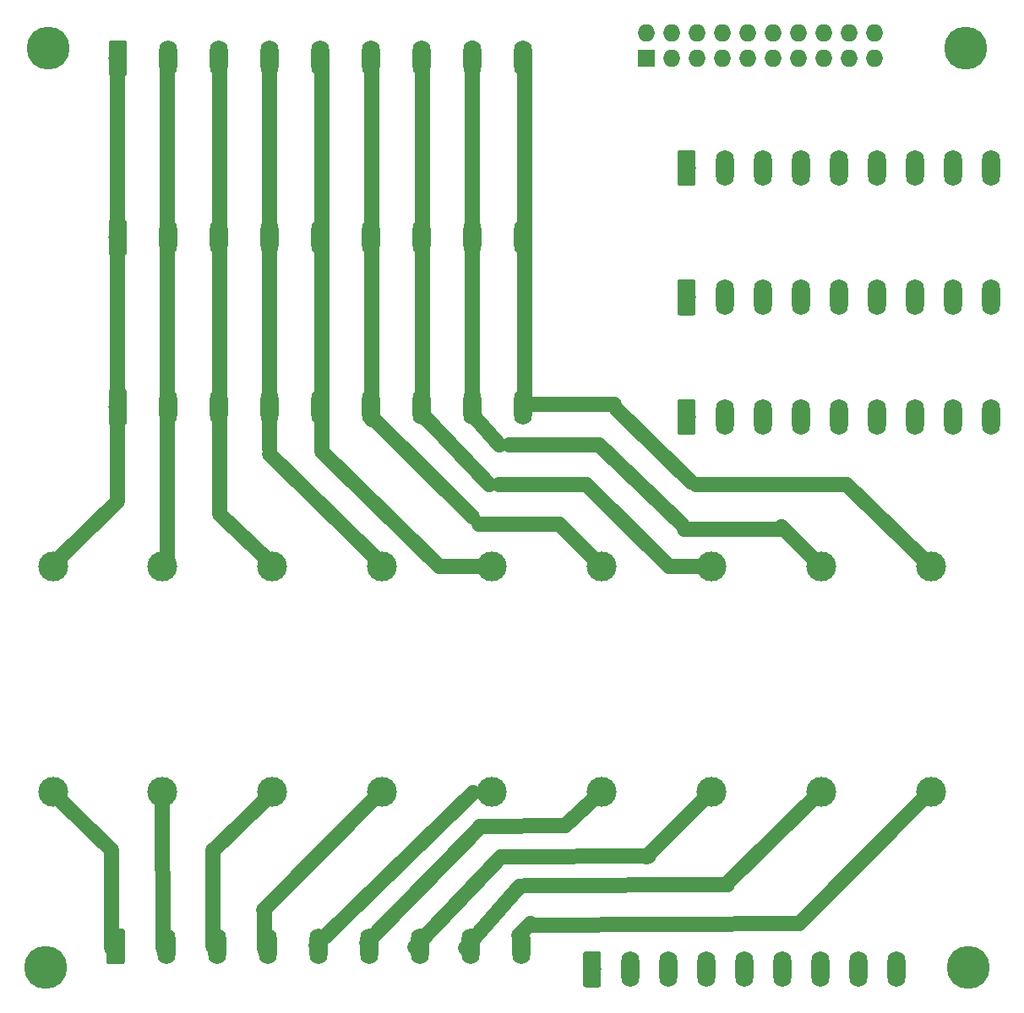
<source format=gbs>
%TF.GenerationSoftware,KiCad,Pcbnew,(5.1.4)-1*%
%TF.CreationDate,2020-03-16T02:32:59+08:00*%
%TF.ProjectId,9p-parallel-fused,39702d70-6172-4616-9c6c-656c2d667573,rev?*%
%TF.SameCoordinates,Original*%
%TF.FileFunction,Soldermask,Bot*%
%TF.FilePolarity,Negative*%
%FSLAX46Y46*%
G04 Gerber Fmt 4.6, Leading zero omitted, Abs format (unit mm)*
G04 Created by KiCad (PCBNEW (5.1.4)-1) date 2020-03-16 02:32:59*
%MOMM*%
%LPD*%
G04 APERTURE LIST*
%ADD10C,1.500000*%
%ADD11O,1.800000X3.600000*%
%ADD12C,0.100000*%
%ADD13C,1.800000*%
%ADD14O,1.727200X1.727200*%
%ADD15R,1.727200X1.727200*%
%ADD16C,4.300000*%
%ADD17C,3.000000*%
G04 APERTURE END LIST*
D10*
X96080000Y-130860000D02*
X75900000Y-131010000D01*
X76380000Y-134800000D02*
X75200000Y-136010000D01*
X75240000Y-131100000D02*
X69820000Y-137210000D01*
X88230000Y-128040000D02*
X73450000Y-128100000D01*
X71340000Y-125030000D02*
X59920000Y-136770000D01*
X108000000Y-90750000D02*
X93000000Y-90750000D01*
X101250000Y-95250000D02*
X91750000Y-95250000D01*
X94500000Y-99000000D02*
X90500000Y-99000000D01*
X72500000Y-99000000D02*
X67250000Y-99000000D01*
X79250000Y-94750000D02*
X71250000Y-94750000D01*
X82000000Y-90750000D02*
X73250000Y-90750000D01*
X83000000Y-86750000D02*
X74250000Y-86750000D01*
X84750000Y-82750000D02*
X76000000Y-82750000D01*
X34750000Y-92750000D02*
X28250000Y-99000000D01*
X45500000Y-94000000D02*
X50500000Y-98750000D01*
X101500000Y-95000000D02*
X105500000Y-99000000D01*
X108000000Y-90750000D02*
X116500000Y-99000000D01*
X85000000Y-83250000D02*
X92500000Y-90500000D01*
X83250000Y-86750000D02*
X91500000Y-94750000D01*
X79250000Y-94750000D02*
X83500000Y-99000000D01*
X82250000Y-91000000D02*
X90250000Y-99000000D01*
X70500000Y-83750000D02*
X73250000Y-86750000D01*
X65500000Y-83750000D02*
X72250000Y-90750000D01*
X60750000Y-84250000D02*
X70500000Y-94000000D01*
X55750000Y-87750000D02*
X67250000Y-99000000D01*
X50250000Y-87750000D02*
X61750000Y-99000000D01*
X75750000Y-47500000D02*
X75750000Y-83000000D01*
X70500000Y-47000000D02*
X70500000Y-82500000D01*
X65500000Y-47500000D02*
X65500000Y-83000000D01*
X60500000Y-47500000D02*
X60500000Y-84250000D01*
X55500000Y-47750000D02*
X55500000Y-87500000D01*
X50250000Y-47750000D02*
X50250000Y-87250000D01*
X45250000Y-48000000D02*
X45250000Y-93750000D01*
X40000000Y-47750000D02*
X40000000Y-98250000D01*
X35000000Y-48250000D02*
X35000000Y-92500000D01*
X34390000Y-127760000D02*
X34390000Y-137220000D01*
X44560000Y-127430000D02*
X44530000Y-137060000D01*
X49680000Y-133400000D02*
X49680000Y-137300000D01*
X70620000Y-121650000D02*
X54860000Y-137000000D01*
X79880000Y-125000000D02*
X71300000Y-125030000D01*
X73450000Y-128130000D02*
X64800000Y-137180000D01*
X103260000Y-134830000D02*
X76620000Y-134950000D01*
X116000000Y-122000000D02*
X103330000Y-134760000D01*
X105250000Y-121750000D02*
X96250000Y-130530000D01*
X94350000Y-121760000D02*
X87950000Y-128130000D01*
X83580000Y-121480000D02*
X79950000Y-124900000D01*
X61500000Y-121500000D02*
X49620000Y-133400000D01*
X50500000Y-121750000D02*
X44660000Y-127400000D01*
X39500000Y-121750000D02*
X39540000Y-137230000D01*
X28500000Y-121750000D02*
X34360000Y-127420000D01*
D11*
%TO.C,J5*%
X75640000Y-66000000D03*
X70560000Y-66000000D03*
X65480000Y-66000000D03*
X60400000Y-66000000D03*
X55320000Y-66000000D03*
X50240000Y-66000000D03*
X45160000Y-66000000D03*
X40080000Y-66000000D03*
D12*
G36*
X35674324Y-64201205D02*
G01*
X35698612Y-64204808D01*
X35722429Y-64210774D01*
X35745547Y-64219045D01*
X35767743Y-64229543D01*
X35788804Y-64242166D01*
X35808525Y-64256793D01*
X35826718Y-64273282D01*
X35843207Y-64291475D01*
X35857834Y-64311196D01*
X35870457Y-64332257D01*
X35880955Y-64354453D01*
X35889226Y-64377571D01*
X35895192Y-64401388D01*
X35898795Y-64425676D01*
X35900000Y-64450200D01*
X35900000Y-67549800D01*
X35898795Y-67574324D01*
X35895192Y-67598612D01*
X35889226Y-67622429D01*
X35880955Y-67645547D01*
X35870457Y-67667743D01*
X35857834Y-67688804D01*
X35843207Y-67708525D01*
X35826718Y-67726718D01*
X35808525Y-67743207D01*
X35788804Y-67757834D01*
X35767743Y-67770457D01*
X35745547Y-67780955D01*
X35722429Y-67789226D01*
X35698612Y-67795192D01*
X35674324Y-67798795D01*
X35649800Y-67800000D01*
X34350200Y-67800000D01*
X34325676Y-67798795D01*
X34301388Y-67795192D01*
X34277571Y-67789226D01*
X34254453Y-67780955D01*
X34232257Y-67770457D01*
X34211196Y-67757834D01*
X34191475Y-67743207D01*
X34173282Y-67726718D01*
X34156793Y-67708525D01*
X34142166Y-67688804D01*
X34129543Y-67667743D01*
X34119045Y-67645547D01*
X34110774Y-67622429D01*
X34104808Y-67598612D01*
X34101205Y-67574324D01*
X34100000Y-67549800D01*
X34100000Y-64450200D01*
X34101205Y-64425676D01*
X34104808Y-64401388D01*
X34110774Y-64377571D01*
X34119045Y-64354453D01*
X34129543Y-64332257D01*
X34142166Y-64311196D01*
X34156793Y-64291475D01*
X34173282Y-64273282D01*
X34191475Y-64256793D01*
X34211196Y-64242166D01*
X34232257Y-64229543D01*
X34254453Y-64219045D01*
X34277571Y-64210774D01*
X34301388Y-64204808D01*
X34325676Y-64201205D01*
X34350200Y-64200000D01*
X35649800Y-64200000D01*
X35674324Y-64201205D01*
X35674324Y-64201205D01*
G37*
D13*
X35000000Y-66000000D03*
%TD*%
D11*
%TO.C,J4*%
X75640000Y-83000000D03*
X70560000Y-83000000D03*
X65480000Y-83000000D03*
X60400000Y-83000000D03*
X55320000Y-83000000D03*
X50240000Y-83000000D03*
X45160000Y-83000000D03*
X40080000Y-83000000D03*
D12*
G36*
X35674324Y-81201205D02*
G01*
X35698612Y-81204808D01*
X35722429Y-81210774D01*
X35745547Y-81219045D01*
X35767743Y-81229543D01*
X35788804Y-81242166D01*
X35808525Y-81256793D01*
X35826718Y-81273282D01*
X35843207Y-81291475D01*
X35857834Y-81311196D01*
X35870457Y-81332257D01*
X35880955Y-81354453D01*
X35889226Y-81377571D01*
X35895192Y-81401388D01*
X35898795Y-81425676D01*
X35900000Y-81450200D01*
X35900000Y-84549800D01*
X35898795Y-84574324D01*
X35895192Y-84598612D01*
X35889226Y-84622429D01*
X35880955Y-84645547D01*
X35870457Y-84667743D01*
X35857834Y-84688804D01*
X35843207Y-84708525D01*
X35826718Y-84726718D01*
X35808525Y-84743207D01*
X35788804Y-84757834D01*
X35767743Y-84770457D01*
X35745547Y-84780955D01*
X35722429Y-84789226D01*
X35698612Y-84795192D01*
X35674324Y-84798795D01*
X35649800Y-84800000D01*
X34350200Y-84800000D01*
X34325676Y-84798795D01*
X34301388Y-84795192D01*
X34277571Y-84789226D01*
X34254453Y-84780955D01*
X34232257Y-84770457D01*
X34211196Y-84757834D01*
X34191475Y-84743207D01*
X34173282Y-84726718D01*
X34156793Y-84708525D01*
X34142166Y-84688804D01*
X34129543Y-84667743D01*
X34119045Y-84645547D01*
X34110774Y-84622429D01*
X34104808Y-84598612D01*
X34101205Y-84574324D01*
X34100000Y-84549800D01*
X34100000Y-81450200D01*
X34101205Y-81425676D01*
X34104808Y-81401388D01*
X34110774Y-81377571D01*
X34119045Y-81354453D01*
X34129543Y-81332257D01*
X34142166Y-81311196D01*
X34156793Y-81291475D01*
X34173282Y-81273282D01*
X34191475Y-81256793D01*
X34211196Y-81242166D01*
X34232257Y-81229543D01*
X34254453Y-81219045D01*
X34277571Y-81210774D01*
X34301388Y-81204808D01*
X34325676Y-81201205D01*
X34350200Y-81200000D01*
X35649800Y-81200000D01*
X35674324Y-81201205D01*
X35674324Y-81201205D01*
G37*
D13*
X35000000Y-83000000D03*
%TD*%
D11*
%TO.C,J3*%
X75640000Y-48000000D03*
X70560000Y-48000000D03*
X65480000Y-48000000D03*
X60400000Y-48000000D03*
X55320000Y-48000000D03*
X50240000Y-48000000D03*
X45160000Y-48000000D03*
X40080000Y-48000000D03*
D12*
G36*
X35674324Y-46201205D02*
G01*
X35698612Y-46204808D01*
X35722429Y-46210774D01*
X35745547Y-46219045D01*
X35767743Y-46229543D01*
X35788804Y-46242166D01*
X35808525Y-46256793D01*
X35826718Y-46273282D01*
X35843207Y-46291475D01*
X35857834Y-46311196D01*
X35870457Y-46332257D01*
X35880955Y-46354453D01*
X35889226Y-46377571D01*
X35895192Y-46401388D01*
X35898795Y-46425676D01*
X35900000Y-46450200D01*
X35900000Y-49549800D01*
X35898795Y-49574324D01*
X35895192Y-49598612D01*
X35889226Y-49622429D01*
X35880955Y-49645547D01*
X35870457Y-49667743D01*
X35857834Y-49688804D01*
X35843207Y-49708525D01*
X35826718Y-49726718D01*
X35808525Y-49743207D01*
X35788804Y-49757834D01*
X35767743Y-49770457D01*
X35745547Y-49780955D01*
X35722429Y-49789226D01*
X35698612Y-49795192D01*
X35674324Y-49798795D01*
X35649800Y-49800000D01*
X34350200Y-49800000D01*
X34325676Y-49798795D01*
X34301388Y-49795192D01*
X34277571Y-49789226D01*
X34254453Y-49780955D01*
X34232257Y-49770457D01*
X34211196Y-49757834D01*
X34191475Y-49743207D01*
X34173282Y-49726718D01*
X34156793Y-49708525D01*
X34142166Y-49688804D01*
X34129543Y-49667743D01*
X34119045Y-49645547D01*
X34110774Y-49622429D01*
X34104808Y-49598612D01*
X34101205Y-49574324D01*
X34100000Y-49549800D01*
X34100000Y-46450200D01*
X34101205Y-46425676D01*
X34104808Y-46401388D01*
X34110774Y-46377571D01*
X34119045Y-46354453D01*
X34129543Y-46332257D01*
X34142166Y-46311196D01*
X34156793Y-46291475D01*
X34173282Y-46273282D01*
X34191475Y-46256793D01*
X34211196Y-46242166D01*
X34232257Y-46229543D01*
X34254453Y-46219045D01*
X34277571Y-46210774D01*
X34301388Y-46204808D01*
X34325676Y-46201205D01*
X34350200Y-46200000D01*
X35649800Y-46200000D01*
X35674324Y-46201205D01*
X35674324Y-46201205D01*
G37*
D13*
X35000000Y-48000000D03*
%TD*%
D11*
%TO.C,J1*%
X75440000Y-137100000D03*
X70360000Y-137100000D03*
X65280000Y-137100000D03*
X60200000Y-137100000D03*
X55120000Y-137100000D03*
X50040000Y-137100000D03*
X44960000Y-137100000D03*
X39880000Y-137100000D03*
D12*
G36*
X35474324Y-135301205D02*
G01*
X35498612Y-135304808D01*
X35522429Y-135310774D01*
X35545547Y-135319045D01*
X35567743Y-135329543D01*
X35588804Y-135342166D01*
X35608525Y-135356793D01*
X35626718Y-135373282D01*
X35643207Y-135391475D01*
X35657834Y-135411196D01*
X35670457Y-135432257D01*
X35680955Y-135454453D01*
X35689226Y-135477571D01*
X35695192Y-135501388D01*
X35698795Y-135525676D01*
X35700000Y-135550200D01*
X35700000Y-138649800D01*
X35698795Y-138674324D01*
X35695192Y-138698612D01*
X35689226Y-138722429D01*
X35680955Y-138745547D01*
X35670457Y-138767743D01*
X35657834Y-138788804D01*
X35643207Y-138808525D01*
X35626718Y-138826718D01*
X35608525Y-138843207D01*
X35588804Y-138857834D01*
X35567743Y-138870457D01*
X35545547Y-138880955D01*
X35522429Y-138889226D01*
X35498612Y-138895192D01*
X35474324Y-138898795D01*
X35449800Y-138900000D01*
X34150200Y-138900000D01*
X34125676Y-138898795D01*
X34101388Y-138895192D01*
X34077571Y-138889226D01*
X34054453Y-138880955D01*
X34032257Y-138870457D01*
X34011196Y-138857834D01*
X33991475Y-138843207D01*
X33973282Y-138826718D01*
X33956793Y-138808525D01*
X33942166Y-138788804D01*
X33929543Y-138767743D01*
X33919045Y-138745547D01*
X33910774Y-138722429D01*
X33904808Y-138698612D01*
X33901205Y-138674324D01*
X33900000Y-138649800D01*
X33900000Y-135550200D01*
X33901205Y-135525676D01*
X33904808Y-135501388D01*
X33910774Y-135477571D01*
X33919045Y-135454453D01*
X33929543Y-135432257D01*
X33942166Y-135411196D01*
X33956793Y-135391475D01*
X33973282Y-135373282D01*
X33991475Y-135356793D01*
X34011196Y-135342166D01*
X34032257Y-135329543D01*
X34054453Y-135319045D01*
X34077571Y-135310774D01*
X34101388Y-135304808D01*
X34125676Y-135301205D01*
X34150200Y-135300000D01*
X35449800Y-135300000D01*
X35474324Y-135301205D01*
X35474324Y-135301205D01*
G37*
D13*
X34800000Y-137100000D03*
%TD*%
D11*
%TO.C,J2*%
X113020000Y-139390000D03*
X109210000Y-139390000D03*
X105400000Y-139390000D03*
X101590000Y-139390000D03*
X97780000Y-139390000D03*
X93970000Y-139390000D03*
X90160000Y-139390000D03*
X86350000Y-139390000D03*
D12*
G36*
X83214504Y-137591204D02*
G01*
X83238773Y-137594804D01*
X83262571Y-137600765D01*
X83285671Y-137609030D01*
X83307849Y-137619520D01*
X83328893Y-137632133D01*
X83348598Y-137646747D01*
X83366777Y-137663223D01*
X83383253Y-137681402D01*
X83397867Y-137701107D01*
X83410480Y-137722151D01*
X83420970Y-137744329D01*
X83429235Y-137767429D01*
X83435196Y-137791227D01*
X83438796Y-137815496D01*
X83440000Y-137840000D01*
X83440000Y-140940000D01*
X83438796Y-140964504D01*
X83435196Y-140988773D01*
X83429235Y-141012571D01*
X83420970Y-141035671D01*
X83410480Y-141057849D01*
X83397867Y-141078893D01*
X83383253Y-141098598D01*
X83366777Y-141116777D01*
X83348598Y-141133253D01*
X83328893Y-141147867D01*
X83307849Y-141160480D01*
X83285671Y-141170970D01*
X83262571Y-141179235D01*
X83238773Y-141185196D01*
X83214504Y-141188796D01*
X83190000Y-141190000D01*
X81890000Y-141190000D01*
X81865496Y-141188796D01*
X81841227Y-141185196D01*
X81817429Y-141179235D01*
X81794329Y-141170970D01*
X81772151Y-141160480D01*
X81751107Y-141147867D01*
X81731402Y-141133253D01*
X81713223Y-141116777D01*
X81696747Y-141098598D01*
X81682133Y-141078893D01*
X81669520Y-141057849D01*
X81659030Y-141035671D01*
X81650765Y-141012571D01*
X81644804Y-140988773D01*
X81641204Y-140964504D01*
X81640000Y-140940000D01*
X81640000Y-137840000D01*
X81641204Y-137815496D01*
X81644804Y-137791227D01*
X81650765Y-137767429D01*
X81659030Y-137744329D01*
X81669520Y-137722151D01*
X81682133Y-137701107D01*
X81696747Y-137681402D01*
X81713223Y-137663223D01*
X81731402Y-137646747D01*
X81751107Y-137632133D01*
X81772151Y-137619520D01*
X81794329Y-137609030D01*
X81817429Y-137600765D01*
X81841227Y-137594804D01*
X81865496Y-137591204D01*
X81890000Y-137590000D01*
X83190000Y-137590000D01*
X83214504Y-137591204D01*
X83214504Y-137591204D01*
G37*
D13*
X82540000Y-139390000D03*
%TD*%
D14*
%TO.C,J10*%
X110860000Y-45460000D03*
X110860000Y-48000000D03*
X108320000Y-45460000D03*
X108320000Y-48000000D03*
X105780000Y-45460000D03*
X105780000Y-48000000D03*
X103240000Y-45460000D03*
X103240000Y-48000000D03*
X100700000Y-45460000D03*
X100700000Y-48000000D03*
X98160000Y-45460000D03*
X98160000Y-48000000D03*
X95620000Y-45460000D03*
X95620000Y-48000000D03*
X93080000Y-45460000D03*
X93080000Y-48000000D03*
X90540000Y-45460000D03*
X90540000Y-48000000D03*
X88000000Y-45460000D03*
D15*
X88000000Y-48000000D03*
%TD*%
D11*
%TO.C,J9*%
X122480000Y-84000000D03*
X118670000Y-84000000D03*
X114860000Y-84000000D03*
X111050000Y-84000000D03*
X107240000Y-84000000D03*
X103430000Y-84000000D03*
X99620000Y-84000000D03*
X95810000Y-84000000D03*
D12*
G36*
X92674504Y-82201204D02*
G01*
X92698773Y-82204804D01*
X92722571Y-82210765D01*
X92745671Y-82219030D01*
X92767849Y-82229520D01*
X92788893Y-82242133D01*
X92808598Y-82256747D01*
X92826777Y-82273223D01*
X92843253Y-82291402D01*
X92857867Y-82311107D01*
X92870480Y-82332151D01*
X92880970Y-82354329D01*
X92889235Y-82377429D01*
X92895196Y-82401227D01*
X92898796Y-82425496D01*
X92900000Y-82450000D01*
X92900000Y-85550000D01*
X92898796Y-85574504D01*
X92895196Y-85598773D01*
X92889235Y-85622571D01*
X92880970Y-85645671D01*
X92870480Y-85667849D01*
X92857867Y-85688893D01*
X92843253Y-85708598D01*
X92826777Y-85726777D01*
X92808598Y-85743253D01*
X92788893Y-85757867D01*
X92767849Y-85770480D01*
X92745671Y-85780970D01*
X92722571Y-85789235D01*
X92698773Y-85795196D01*
X92674504Y-85798796D01*
X92650000Y-85800000D01*
X91350000Y-85800000D01*
X91325496Y-85798796D01*
X91301227Y-85795196D01*
X91277429Y-85789235D01*
X91254329Y-85780970D01*
X91232151Y-85770480D01*
X91211107Y-85757867D01*
X91191402Y-85743253D01*
X91173223Y-85726777D01*
X91156747Y-85708598D01*
X91142133Y-85688893D01*
X91129520Y-85667849D01*
X91119030Y-85645671D01*
X91110765Y-85622571D01*
X91104804Y-85598773D01*
X91101204Y-85574504D01*
X91100000Y-85550000D01*
X91100000Y-82450000D01*
X91101204Y-82425496D01*
X91104804Y-82401227D01*
X91110765Y-82377429D01*
X91119030Y-82354329D01*
X91129520Y-82332151D01*
X91142133Y-82311107D01*
X91156747Y-82291402D01*
X91173223Y-82273223D01*
X91191402Y-82256747D01*
X91211107Y-82242133D01*
X91232151Y-82229520D01*
X91254329Y-82219030D01*
X91277429Y-82210765D01*
X91301227Y-82204804D01*
X91325496Y-82201204D01*
X91350000Y-82200000D01*
X92650000Y-82200000D01*
X92674504Y-82201204D01*
X92674504Y-82201204D01*
G37*
D13*
X92000000Y-84000000D03*
%TD*%
D11*
%TO.C,J8*%
X122480000Y-72000000D03*
X118670000Y-72000000D03*
X114860000Y-72000000D03*
X111050000Y-72000000D03*
X107240000Y-72000000D03*
X103430000Y-72000000D03*
X99620000Y-72000000D03*
X95810000Y-72000000D03*
D12*
G36*
X92674504Y-70201204D02*
G01*
X92698773Y-70204804D01*
X92722571Y-70210765D01*
X92745671Y-70219030D01*
X92767849Y-70229520D01*
X92788893Y-70242133D01*
X92808598Y-70256747D01*
X92826777Y-70273223D01*
X92843253Y-70291402D01*
X92857867Y-70311107D01*
X92870480Y-70332151D01*
X92880970Y-70354329D01*
X92889235Y-70377429D01*
X92895196Y-70401227D01*
X92898796Y-70425496D01*
X92900000Y-70450000D01*
X92900000Y-73550000D01*
X92898796Y-73574504D01*
X92895196Y-73598773D01*
X92889235Y-73622571D01*
X92880970Y-73645671D01*
X92870480Y-73667849D01*
X92857867Y-73688893D01*
X92843253Y-73708598D01*
X92826777Y-73726777D01*
X92808598Y-73743253D01*
X92788893Y-73757867D01*
X92767849Y-73770480D01*
X92745671Y-73780970D01*
X92722571Y-73789235D01*
X92698773Y-73795196D01*
X92674504Y-73798796D01*
X92650000Y-73800000D01*
X91350000Y-73800000D01*
X91325496Y-73798796D01*
X91301227Y-73795196D01*
X91277429Y-73789235D01*
X91254329Y-73780970D01*
X91232151Y-73770480D01*
X91211107Y-73757867D01*
X91191402Y-73743253D01*
X91173223Y-73726777D01*
X91156747Y-73708598D01*
X91142133Y-73688893D01*
X91129520Y-73667849D01*
X91119030Y-73645671D01*
X91110765Y-73622571D01*
X91104804Y-73598773D01*
X91101204Y-73574504D01*
X91100000Y-73550000D01*
X91100000Y-70450000D01*
X91101204Y-70425496D01*
X91104804Y-70401227D01*
X91110765Y-70377429D01*
X91119030Y-70354329D01*
X91129520Y-70332151D01*
X91142133Y-70311107D01*
X91156747Y-70291402D01*
X91173223Y-70273223D01*
X91191402Y-70256747D01*
X91211107Y-70242133D01*
X91232151Y-70229520D01*
X91254329Y-70219030D01*
X91277429Y-70210765D01*
X91301227Y-70204804D01*
X91325496Y-70201204D01*
X91350000Y-70200000D01*
X92650000Y-70200000D01*
X92674504Y-70201204D01*
X92674504Y-70201204D01*
G37*
D13*
X92000000Y-72000000D03*
%TD*%
D11*
%TO.C,J6*%
X122480000Y-59000000D03*
X118670000Y-59000000D03*
X114860000Y-59000000D03*
X111050000Y-59000000D03*
X107240000Y-59000000D03*
X103430000Y-59000000D03*
X99620000Y-59000000D03*
X95810000Y-59000000D03*
D12*
G36*
X92674504Y-57201204D02*
G01*
X92698773Y-57204804D01*
X92722571Y-57210765D01*
X92745671Y-57219030D01*
X92767849Y-57229520D01*
X92788893Y-57242133D01*
X92808598Y-57256747D01*
X92826777Y-57273223D01*
X92843253Y-57291402D01*
X92857867Y-57311107D01*
X92870480Y-57332151D01*
X92880970Y-57354329D01*
X92889235Y-57377429D01*
X92895196Y-57401227D01*
X92898796Y-57425496D01*
X92900000Y-57450000D01*
X92900000Y-60550000D01*
X92898796Y-60574504D01*
X92895196Y-60598773D01*
X92889235Y-60622571D01*
X92880970Y-60645671D01*
X92870480Y-60667849D01*
X92857867Y-60688893D01*
X92843253Y-60708598D01*
X92826777Y-60726777D01*
X92808598Y-60743253D01*
X92788893Y-60757867D01*
X92767849Y-60770480D01*
X92745671Y-60780970D01*
X92722571Y-60789235D01*
X92698773Y-60795196D01*
X92674504Y-60798796D01*
X92650000Y-60800000D01*
X91350000Y-60800000D01*
X91325496Y-60798796D01*
X91301227Y-60795196D01*
X91277429Y-60789235D01*
X91254329Y-60780970D01*
X91232151Y-60770480D01*
X91211107Y-60757867D01*
X91191402Y-60743253D01*
X91173223Y-60726777D01*
X91156747Y-60708598D01*
X91142133Y-60688893D01*
X91129520Y-60667849D01*
X91119030Y-60645671D01*
X91110765Y-60622571D01*
X91104804Y-60598773D01*
X91101204Y-60574504D01*
X91100000Y-60550000D01*
X91100000Y-57450000D01*
X91101204Y-57425496D01*
X91104804Y-57401227D01*
X91110765Y-57377429D01*
X91119030Y-57354329D01*
X91129520Y-57332151D01*
X91142133Y-57311107D01*
X91156747Y-57291402D01*
X91173223Y-57273223D01*
X91191402Y-57256747D01*
X91211107Y-57242133D01*
X91232151Y-57229520D01*
X91254329Y-57219030D01*
X91277429Y-57210765D01*
X91301227Y-57204804D01*
X91325496Y-57201204D01*
X91350000Y-57200000D01*
X92650000Y-57200000D01*
X92674504Y-57201204D01*
X92674504Y-57201204D01*
G37*
D13*
X92000000Y-59000000D03*
%TD*%
D16*
%TO.C,H4*%
X27800000Y-139200000D03*
%TD*%
%TO.C,H3*%
X120200000Y-139200000D03*
%TD*%
%TO.C,H2*%
X28000000Y-47000000D03*
%TD*%
%TO.C,H1*%
X120000000Y-47000000D03*
%TD*%
D17*
%TO.C,F9*%
X116500000Y-121600000D03*
X116500000Y-99000000D03*
%TD*%
%TO.C,F8*%
X105500000Y-121600000D03*
X105500000Y-99000000D03*
%TD*%
%TO.C,F7*%
X94500000Y-121600000D03*
X94500000Y-99000000D03*
%TD*%
%TO.C,F6*%
X83500000Y-121600000D03*
X83500000Y-99000000D03*
%TD*%
%TO.C,F5*%
X72500000Y-121600000D03*
X72500000Y-99000000D03*
%TD*%
%TO.C,F4*%
X61500000Y-121600000D03*
X61500000Y-99000000D03*
%TD*%
%TO.C,F3*%
X50500000Y-121600000D03*
X50500000Y-99000000D03*
%TD*%
%TO.C,F2*%
X39500000Y-121600000D03*
X39500000Y-99000000D03*
%TD*%
%TO.C,F1*%
X28500000Y-121600000D03*
X28500000Y-99000000D03*
%TD*%
M02*

</source>
